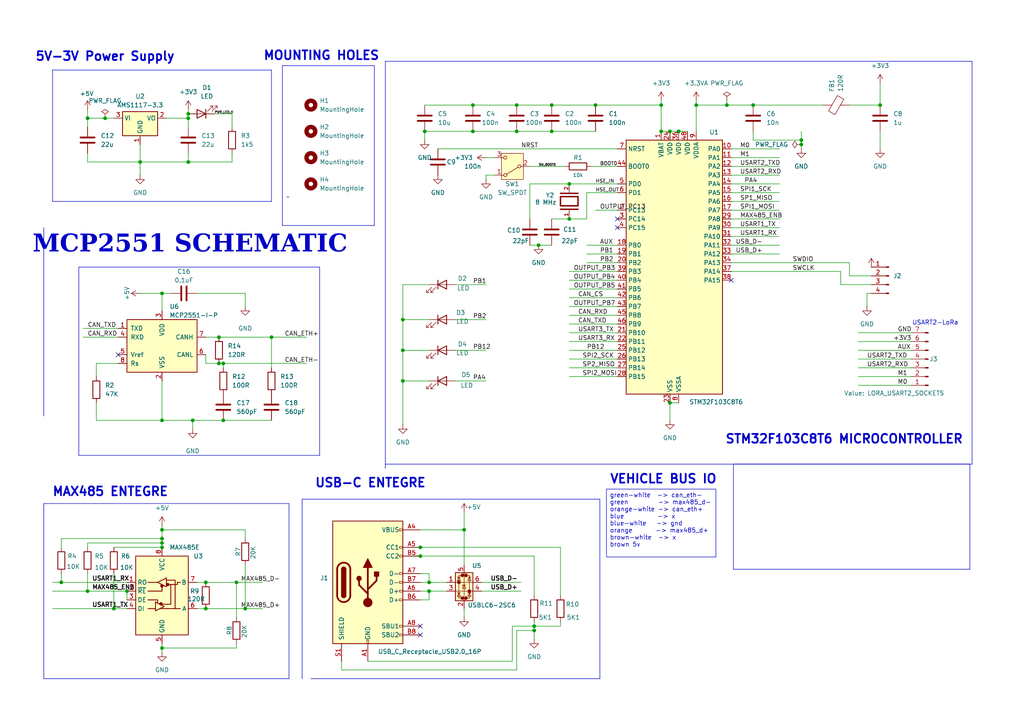
<source format=kicad_sch>
(kicad_sch (version 20231120) (generator "eeschema") (generator_version "8.0")
  (paper "A4")
  (title_block (title "First Schematic") (rev "03/20/2024") (company "TUFAN Electromobile"))
  (junction (at 59.69 168.91))
  (junction (at 55.88 121.92))
  (junction (at 116.84 101.6))
  (junction (at 46.99 187.96))
  (junction (at 165.1 63.5))
  (junction (at 232.41 40.64))
  (junction (at 46.99 153.67))
  (junction (at 123.19 38.1))
  (junction (at 116.84 92.71))
  (junction (at 64.77 121.92))
  (junction (at 201.93 30.48))
  (junction (at 149.86 30.48))
  (junction (at 71.12 176.53))
  (junction (at 17.78 168.91))
  (junction (at 121.92 158.75))
  (junction (at 59.69 176.53))
  (junction (at 25.4 34.29))
  (junction (at 358.14 30.48))
  (junction (at 218.44 30.48))
  (junction (at 154.94 182.88))
  (junction (at 196.85 38.1))
  (junction (at 30.48 34.29))
  (junction (at 46.99 157.48))
  (junction (at 54.61 34.29))
  (junction (at 116.84 110.49))
  (junction (at 232.41 41.91))
  (junction (at 121.92 161.29))
  (junction (at 63.5 97.79))
  (junction (at 46.99 85.09))
  (junction (at 172.72 30.48))
  (junction (at 402.59 46.99))
  (junction (at 64.77 105.41))
  (junction (at 36.83 171.45))
  (junction (at 54.61 33.02))
  (junction (at 124.46 171.45))
  (junction (at 54.61 46.99))
  (junction (at 255.27 30.48))
  (junction (at 25.4 171.45))
  (junction (at 149.86 38.1))
  (junction (at 33.02 176.53))
  (junction (at 165.1 53.34))
  (junction (at 78.74 97.79))
  (junction (at 134.62 153.67))
  (junction (at 160.02 38.1))
  (junction (at 194.31 38.1))
  (junction (at 137.16 30.48))
  (junction (at 40.64 46.99))
  (junction (at 46.99 156.21))
  (junction (at 402.59 13.97))
  (junction (at 402.59 30.48))
  (junction (at 46.99 121.92))
  (junction (at 124.46 168.91))
  (junction (at 46.99 158.75))
  (junction (at 402.59 66.04))
  (junction (at 194.31 116.84))
  (junction (at 160.02 30.48))
  (junction (at 191.77 30.48))
  (junction (at 154.94 181.61))
  (junction (at 68.58 168.91))
  (junction (at 156.21 71.12))
  (junction (at 191.77 38.1))
  (junction (at 210.82 30.48))
  (junction (at 63.5 105.41))
  (junction (at 137.16 38.1))
  (no_connect (at 336.55 30.48))
  (no_connect (at 336.55 22.86))
  (no_connect (at 337.82 49.53))
  (no_connect (at 121.92 184.15))
  (no_connect (at 337.82 57.15))
  (no_connect (at 212.09 81.28))
  (no_connect (at 34.29 102.87))
  (no_connect (at 121.92 181.61))
  (no_connect (at 434.34 41.91))
  (no_connect (at 434.34 34.29))
  (no_connect (at 179.07 66.04))
  (no_connect (at 179.07 63.5))
  (wire (pts (xy 255.27 38.1) (xy 255.27 43.18)))
  (polyline (pts (xy 108.585 19.05) (xy 108.585 65.405)))
  (wire (pts (xy 68.58 186.69) (xy 68.58 187.96)))
  (wire (pts (xy 212.09 63.5) (xy 226.06 63.5)))
  (wire (pts (xy 170.18 63.5) (xy 165.1 63.5)))
  (wire (pts (xy 165.1 106.68) (xy 179.07 106.68)))
  (polyline (pts (xy 78.74 58.42) (xy 15.24 58.42)))
  (wire (pts (xy 171.45 48.26) (xy 179.07 48.26)))
  (wire (pts (xy 123.19 38.1) (xy 123.19 40.64)))
  (polyline (pts (xy 281.94 134.62) (xy 281.94 17.78)))
  (polyline (pts (xy 281.94 17.78) (xy 111.76 17.78)))
  (wire (pts (xy 140.97 50.8) (xy 143.51 50.8)))
  (wire (pts (xy 46.99 156.21) (xy 46.99 157.48)))
  (wire (pts (xy 25.4 34.29) (xy 25.4 36.83)))
  (wire (pts (xy 116.84 101.6) (xy 124.46 101.6)))
  (wire (pts (xy 248.92 101.6) (xy 264.16 101.6)))
  (wire (pts (xy 356.87 30.48) (xy 358.14 30.48)))
  (wire (pts (xy 160.02 30.48) (xy 172.72 30.48)))
  (wire (pts (xy 132.08 92.71) (xy 140.97 92.71)))
  (wire (pts (xy 46.99 152.4) (xy 46.99 153.67)))
  (polyline (pts (xy 111.76 134.62) (xy 281.94 134.62)))
  (wire (pts (xy 194.31 38.1) (xy 196.85 38.1)))
  (wire (pts (xy 165.1 96.52) (xy 179.07 96.52)))
  (wire (pts (xy 212.09 71.12) (xy 226.06 71.12)))
  (wire (pts (xy 71.12 163.83) (xy 71.12 176.53)))
  (wire (pts (xy 194.31 116.84) (xy 196.85 116.84)))
  (wire (pts (xy 248.92 111.76) (xy 264.16 111.76)))
  (wire (pts (xy 78.74 97.79) (xy 88.9 97.79)))
  (wire (pts (xy 248.92 106.68) (xy 264.16 106.68)))
  (wire (pts (xy 132.08 110.49) (xy 140.97 110.49)))
  (wire (pts (xy 212.09 55.88) (xy 226.06 55.88)))
  (wire (pts (xy 140.97 45.72) (xy 143.51 45.72)))
  (wire (pts (xy 210.82 30.48) (xy 201.93 30.48)))
  (wire (pts (xy 248.92 99.06) (xy 264.16 99.06)))
  (polyline (pts (xy 274.32 128.27) (xy 275.59 128.27)))
  (polyline (pts (xy 83.82 196.85) (xy 12.7 196.85)))
  (wire (pts (xy 55.88 121.92) (xy 55.88 124.46)))
  (wire (pts (xy 30.48 34.29) (xy 25.4 34.29)))
  (wire (pts (xy 179.07 55.88) (xy 170.18 55.88)))
  (wire (pts (xy 378.46 46.99) (xy 402.59 46.99)))
  (wire (pts (xy 124.46 173.99) (xy 124.46 171.45)))
  (wire (pts (xy 165.1 109.22) (xy 179.07 109.22)))
  (polyline (pts (xy 212.725 134.62) (xy 281.305 134.62)))
  (wire (pts (xy 54.61 33.02) (xy 54.61 34.29)))
  (wire (pts (xy 27.94 121.92) (xy 46.99 121.92)))
  (wire (pts (xy 67.31 33.02) (xy 67.31 36.83)))
  (wire (pts (xy 232.41 38.1) (xy 232.41 40.64)))
  (polyline (pts (xy 173.99 144.78) (xy 87.63 144.78)))
  (wire (pts (xy 99.06 194.31) (xy 149.86 194.31)))
  (wire (pts (xy 153.67 71.12) (xy 156.21 71.12)))
  (wire (pts (xy 191.77 30.48) (xy 191.77 38.1)))
  (wire (pts (xy 160.02 63.5) (xy 165.1 63.5)))
  (wire (pts (xy 149.86 38.1) (xy 160.02 38.1)))
  (polyline (pts (xy 81.915 19.05) (xy 82.55 19.05)))
  (wire (pts (xy 17.78 156.21) (xy 17.78 158.75)))
  (wire (pts (xy 248.92 104.14) (xy 264.16 104.14)))
  (wire (pts (xy 68.58 168.91) (xy 68.58 179.07)))
  (wire (pts (xy 170.18 76.2) (xy 179.07 76.2)))
  (wire (pts (xy 59.69 105.41) (xy 59.69 102.87)))
  (wire (pts (xy 40.64 85.09) (xy 46.99 85.09)))
  (wire (pts (xy 358.14 22.86) (xy 367.03 22.86)))
  (polyline (pts (xy 92.71 132.08) (xy 92.71 77.47)))
  (wire (pts (xy 46.99 186.69) (xy 46.99 187.96)))
  (wire (pts (xy 165.1 53.34) (xy 153.67 53.34)))
  (wire (pts (xy 46.99 85.09) (xy 49.53 85.09)))
  (wire (pts (xy 124.46 168.91) (xy 129.54 168.91)))
  (wire (pts (xy 54.61 31.75) (xy 54.61 33.02)))
  (wire (pts (xy 132.08 82.55) (xy 140.97 82.55)))
  (wire (pts (xy 139.7 168.91) (xy 151.13 168.91)))
  (wire (pts (xy 48.26 34.29) (xy 54.61 34.29)))
  (wire (pts (xy 15.24 168.91) (xy 17.78 168.91)))
  (wire (pts (xy 218.44 30.48) (xy 238.76 30.48)))
  (wire (pts (xy 124.46 166.37) (xy 124.46 168.91)))
  (wire (pts (xy 402.59 13.97) (xy 407.67 13.97)))
  (wire (pts (xy 153.67 48.26) (xy 163.83 48.26)))
  (wire (pts (xy 359.41 57.15) (xy 368.3 57.15)))
  (wire (pts (xy 119.38 158.75) (xy 121.92 158.75)))
  (wire (pts (xy 191.77 29.21) (xy 191.77 30.48)))
  (wire (pts (xy 64.77 105.41) (xy 64.77 106.68)))
  (wire (pts (xy 148.59 181.61) (xy 154.94 181.61)))
  (wire (pts (xy 62.23 33.02) (xy 67.31 33.02)))
  (wire (pts (xy 59.69 176.53) (xy 71.12 176.53)))
  (polyline (pts (xy 12.7 146.05) (xy 15.24 146.05)))
  (wire (pts (xy 139.7 171.45) (xy 151.13 171.45)))
  (wire (pts (xy 149.86 182.88) (xy 154.94 182.88)))
  (wire (pts (xy 334.01 53.34) (xy 334.01 54.61)))
  (wire (pts (xy 165.1 86.36) (xy 179.07 86.36)))
  (wire (pts (xy 78.74 97.79) (xy 78.74 106.68)))
  (wire (pts (xy 121.92 153.67) (xy 134.62 153.67)))
  (wire (pts (xy 427.99 39.37) (xy 434.34 39.37)))
  (wire (pts (xy 212.09 53.34) (xy 226.06 53.34)))
  (wire (pts (xy 54.61 34.29) (xy 54.61 36.83)))
  (wire (pts (xy 15.24 176.53) (xy 33.02 176.53)))
  (wire (pts (xy 40.64 46.99) (xy 40.64 50.8)))
  (wire (pts (xy 134.62 148.59) (xy 134.62 153.67)))
  (polyline (pts (xy 22.86 132.08) (xy 92.71 132.08)))
  (polyline (pts (xy 15.24 20.32) (xy 15.24 58.42)))
  (wire (pts (xy 378.46 66.04) (xy 402.59 66.04)))
  (wire (pts (xy 210.82 29.21) (xy 210.82 30.48)))
  (wire (pts (xy 99.06 191.77) (xy 99.06 194.31)))
  (wire (pts (xy 332.74 26.67) (xy 332.74 27.94)))
  (wire (pts (xy 170.18 73.66) (xy 179.07 73.66)))
  (wire (pts (xy 154.94 180.34) (xy 154.94 181.61)))
  (wire (pts (xy 172.72 30.48) (xy 191.77 30.48)))
  (wire (pts (xy 71.12 85.09) (xy 57.15 85.09)))
  (wire (pts (xy 116.84 101.6) (xy 116.84 110.49)))
  (wire (pts (xy 212.09 73.66) (xy 226.06 73.66)))
  (wire (pts (xy 59.69 105.41) (xy 63.5 105.41)))
  (wire (pts (xy 196.85 38.1) (xy 199.39 38.1)))
  (wire (pts (xy 212.09 78.74) (xy 243.84 78.74)))
  (wire (pts (xy 358.14 30.48) (xy 367.03 30.48)))
  (wire (pts (xy 232.41 40.64) (xy 232.41 41.91)))
  (wire (pts (xy 64.77 105.41) (xy 88.9 105.41)))
  (wire (pts (xy 243.84 82.55) (xy 252.73 82.55)))
  (polyline (pts (xy 12.7 66.04) (xy 12.7 69.85)))
  (wire (pts (xy 212.09 58.42) (xy 226.06 58.42)))
  (wire (pts (xy 57.15 176.53) (xy 59.69 176.53)))
  (wire (pts (xy 402.59 30.48) (xy 407.67 30.48)))
  (wire (pts (xy 160.02 38.1) (xy 172.72 38.1)))
  (wire (pts (xy 212.09 43.18) (xy 226.06 43.18)))
  (wire (pts (xy 165.1 53.34) (xy 179.07 53.34)))
  (wire (pts (xy 252.73 85.09) (xy 251.46 85.09)))
  (wire (pts (xy 246.38 30.48) (xy 255.27 30.48)))
  (wire (pts (xy 191.77 38.1) (xy 194.31 38.1)))
  (wire (pts (xy 15.24 171.45) (xy 25.4 171.45)))
  (wire (pts (xy 116.84 92.71) (xy 116.84 101.6)))
  (wire (pts (xy 54.61 44.45) (xy 54.61 46.99)))
  (wire (pts (xy 201.93 30.48) (xy 201.93 38.1)))
  (wire (pts (xy 415.29 13.97) (xy 421.64 13.97)))
  (wire (pts (xy 378.46 13.97) (xy 402.59 13.97)))
  (wire (pts (xy 149.86 194.31) (xy 149.86 182.88)))
  (wire (pts (xy 71.12 88.9) (xy 71.12 85.09)))
  (wire (pts (xy 246.38 76.2) (xy 246.38 80.01)))
  (wire (pts (xy 243.84 78.74) (xy 243.84 82.55)))
  (wire (pts (xy 170.18 71.12) (xy 179.07 71.12)))
  (wire (pts (xy 218.44 30.48) (xy 210.82 30.48)))
  (polyline (pts (xy 111.76 17.78) (xy 111.76 135.89)))
  (wire (pts (xy 121.92 166.37) (xy 124.46 166.37)))
  (wire (pts (xy 46.99 121.92) (xy 55.88 121.92)))
  (wire (pts (xy 165.1 83.82) (xy 179.07 83.82)))
  (wire (pts (xy 116.84 82.55) (xy 124.46 82.55)))
  (wire (pts (xy 255.27 24.13) (xy 255.27 30.48)))
  (wire (pts (xy 137.16 38.1) (xy 149.86 38.1)))
  (wire (pts (xy 63.5 97.79) (xy 78.74 97.79)))
  (wire (pts (xy 165.1 93.98) (xy 179.07 93.98)))
  (wire (pts (xy 154.94 161.29) (xy 154.94 172.72)))
  (wire (pts (xy 121.92 171.45) (xy 124.46 171.45)))
  (wire (pts (xy 25.4 166.37) (xy 25.4 171.45)))
  (polyline (pts (xy 12.7 196.85) (xy 12.7 146.05)))
  (polyline (pts (xy 22.86 77.47) (xy 22.86 132.08)))
  (wire (pts (xy 427.99 36.83) (xy 434.34 36.83)))
  (wire (pts (xy 232.41 41.91) (xy 232.41 43.18)))
  (wire (pts (xy 46.99 153.67) (xy 71.12 153.67)))
  (wire (pts (xy 116.84 110.49) (xy 124.46 110.49)))
  (wire (pts (xy 33.02 158.75) (xy 46.99 158.75)))
  (wire (pts (xy 106.68 191.77) (xy 148.59 191.77)))
  (polyline (pts (xy 83.185 57.15) (xy 83.82 57.15)))
  (wire (pts (xy 68.58 187.96) (xy 46.99 187.96)))
  (wire (pts (xy 212.09 60.96) (xy 226.06 60.96)))
  (wire (pts (xy 25.4 157.48) (xy 46.99 157.48)))
  (wire (pts (xy 134.62 153.67) (xy 134.62 163.83)))
  (wire (pts (xy 121.92 158.75) (xy 162.56 158.75)))
  (wire (pts (xy 165.1 88.9) (xy 179.07 88.9)))
  (wire (pts (xy 17.78 156.21) (xy 46.99 156.21)))
  (wire (pts (xy 165.1 81.28) (xy 179.07 81.28)))
  (wire (pts (xy 40.64 41.91) (xy 40.64 46.99)))
  (wire (pts (xy 248.92 96.52) (xy 264.16 96.52)))
  (wire (pts (xy 59.69 168.91) (xy 68.58 168.91)))
  (wire (pts (xy 336.55 26.67) (xy 332.74 26.67)))
  (wire (pts (xy 137.16 30.48) (xy 149.86 30.48)))
  (polyline (pts (xy 12.7 69.85) (xy 12.7 120.65)))
  (wire (pts (xy 165.1 99.06) (xy 179.07 99.06)))
  (wire (pts (xy 415.29 46.99) (xy 421.64 46.99)))
  (wire (pts (xy 64.77 121.92) (xy 78.74 121.92)))
  (polyline (pts (xy 82.55 19.05) (xy 108.585 19.05)))
  (wire (pts (xy 427.99 29.21) (xy 434.34 29.21)))
  (wire (pts (xy 337.82 53.34) (xy 334.01 53.34)))
  (wire (pts (xy 55.88 121.92) (xy 64.77 121.92)))
  (wire (pts (xy 25.4 31.75) (xy 25.4 34.29)))
  (wire (pts (xy 25.4 171.45) (xy 36.83 171.45)))
  (wire (pts (xy 63.5 105.41) (xy 64.77 105.41)))
  (polyline (pts (xy 212.725 165.1) (xy 212.725 134.62)))
  (wire (pts (xy 148.59 191.77) (xy 148.59 181.61)))
  (polyline (pts (xy 281.305 165.1) (xy 212.725 165.1)))
  (wire (pts (xy 27.94 105.41) (xy 27.94 109.22)))
  (wire (pts (xy 134.62 176.53) (xy 134.62 179.07)))
  (wire (pts (xy 46.99 110.49) (xy 46.99 121.92)))
  (wire (pts (xy 212.09 66.04) (xy 226.06 66.04)))
  (wire (pts (xy 165.1 91.44) (xy 179.07 91.44)))
  (wire (pts (xy 154.94 181.61) (xy 162.56 181.61)))
  (wire (pts (xy 162.56 180.34) (xy 162.56 181.61)))
  (wire (pts (xy 25.4 46.99) (xy 25.4 44.45)))
  (wire (pts (xy 132.08 101.6) (xy 140.97 101.6)))
  (wire (pts (xy 119.38 161.29) (xy 121.92 161.29)))
  (wire (pts (xy 154.94 181.61) (xy 154.94 182.88)))
  (wire (pts (xy 27.94 116.84) (xy 27.94 121.92)))
  (wire (pts (xy 402.59 46.99) (xy 407.67 46.99)))
  (wire (pts (xy 402.59 66.04) (xy 407.67 66.04)))
  (polyline (pts (xy 108.585 65.405) (xy 81.915 65.405)))
  (wire (pts (xy 154.94 182.88) (xy 154.94 185.42)))
  (wire (pts (xy 162.56 158.75) (xy 162.56 172.72)))
  (wire (pts (xy 427.99 31.75) (xy 434.34 31.75)))
  (wire (pts (xy 40.64 46.99) (xy 54.61 46.99)))
  (wire (pts (xy 218.44 40.64) (xy 232.41 40.64)))
  (wire (pts (xy 218.44 38.1) (xy 218.44 40.64)))
  (wire (pts (xy 378.46 30.48) (xy 402.59 30.48)))
  (wire (pts (xy 36.83 171.45) (xy 36.83 173.99)))
  (wire (pts (xy 25.4 46.99) (xy 40.64 46.99)))
  (polyline (pts (xy 173.99 196.85) (xy 173.99 144.78)))
  (wire (pts (xy 124.46 171.45) (xy 129.54 171.45)))
  (polyline (pts (xy 90.17 196.85) (xy 173.99 196.85)))
  (wire (pts (xy 121.92 161.29) (xy 154.94 161.29)))
  (wire (pts (xy 116.84 82.55) (xy 116.84 92.71)))
  (wire (pts (xy 212.09 50.8) (xy 226.06 50.8)))
  (wire (pts (xy 165.1 78.74) (xy 179.07 78.74)))
  (wire (pts (xy 17.78 168.91) (xy 36.83 168.91)))
  (wire (pts (xy 46.99 187.96) (xy 46.99 189.23)))
  (wire (pts (xy 248.92 109.22) (xy 264.16 109.22)))
  (wire (pts (xy 172.72 60.96) (xy 179.07 60.96)))
  (polyline (pts (xy 83.82 146.05) (xy 83.82 196.85)))
  (wire (pts (xy 24.13 95.25) (xy 34.29 95.25)))
  (wire (pts (xy 165.1 104.14) (xy 179.07 104.14)))
  (wire (pts (xy 46.99 90.17) (xy 46.99 85.09)))
  (wire (pts (xy 121.92 173.99) (xy 124.46 173.99)))
  (polyline (pts (xy 15.24 146.05) (xy 83.82 146.05)))
  (wire (pts (xy 127 43.18) (xy 179.07 43.18)))
  (wire (pts (xy 212.09 45.72) (xy 226.06 45.72)))
  (wire (pts (xy 165.1 101.6) (xy 179.07 101.6)))
  (wire (pts (xy 123.19 38.1) (xy 137.16 38.1)))
  (wire (pts (xy 71.12 176.53) (xy 76.2 176.53)))
  (wire (pts (xy 201.93 29.21) (xy 201.93 30.48)))
  (wire (pts (xy 17.78 166.37) (xy 17.78 168.91)))
  (wire (pts (xy 123.19 30.48) (xy 137.16 30.48)))
  (wire (pts (xy 46.99 157.48) (xy 46.99 158.75)))
  (wire (pts (xy 140.97 52.07) (xy 140.97 50.8)))
  (wire (pts (xy 33.02 166.37) (xy 33.02 176.53)))
  (wire (pts (xy 59.69 97.79) (xy 63.5 97.79)))
  (wire (pts (xy 67.31 44.45) (xy 67.31 46.99)))
  (wire (pts (xy 46.99 153.67) (xy 46.99 156.21)))
  (wire (pts (xy 68.58 168.91) (xy 76.2 168.91)))
  (wire (pts (xy 212.09 76.2) (xy 246.38 76.2)))
  (polyline (pts (xy 81.915 65.405) (xy 81.915 19.05)))
  (wire (pts (xy 359.41 49.53) (xy 368.3 49.53)))
  (wire (pts (xy 251.46 85.09) (xy 251.46 88.9)))
  (wire (pts (xy 246.38 80.01) (xy 252.73 80.01)))
  (wire (pts (xy 57.15 168.91) (xy 59.69 168.91)))
  (wire (pts (xy 153.67 53.34) (xy 153.67 63.5)))
  (wire (pts (xy 25.4 158.75) (xy 25.4 157.48)))
  (wire (pts (xy 36.83 176.53) (xy 33.02 176.53)))
  (wire (pts (xy 54.61 46.99) (xy 67.31 46.99)))
  (wire (pts (xy 415.29 30.48) (xy 421.64 30.48)))
  (wire (pts (xy 212.09 48.26) (xy 226.06 48.26)))
  (polyline (pts (xy 78.74 20.32) (xy 78.74 58.42)))
  (wire (pts (xy 427.99 26.67) (xy 434.34 26.67)))
  (polyline (pts (xy 92.71 77.47) (xy 22.86 77.47)))
  (wire (pts (xy 33.02 34.29) (xy 30.48 34.29)))
  (wire (pts (xy 170.18 55.88) (xy 170.18 63.5)))
  (wire (pts (xy 156.21 71.12) (xy 160.02 71.12)))
  (wire (pts (xy 121.92 168.91) (xy 124.46 168.91)))
  (wire (pts (xy 116.84 110.49) (xy 116.84 123.19)))
  (polyline (pts (xy 87.63 180.34) (xy 87.63 196.85)))
  (polyline (pts (xy 15.24 20.32) (xy 78.74 20.32)))
  (wire (pts (xy 149.86 30.48) (xy 160.02 30.48)))
  (polyline (pts (xy 87.63 144.78) (xy 87.63 180.34)))
  (wire (pts (xy 24.13 97.79) (xy 34.29 97.79)))
  (wire (pts (xy 27.94 105.41) (xy 34.29 105.41)))
  (wire (pts (xy 415.29 66.04) (xy 421.64 66.04)))
  (wire (pts (xy 194.31 116.84) (xy 194.31 121.92)))
  (wire (pts (xy 212.09 68.58) (xy 226.06 68.58)))
  (wire (pts (xy 116.84 92.71) (xy 124.46 92.71)))
  (polyline (pts (xy 281.305 134.62) (xy 281.305 165.1)))
  (wire (pts (xy 71.12 153.67) (xy 71.12 156.21)))
  (wire (pts (xy 427.99 44.45) (xy 434.34 44.45)))
  (text_box "green-white  -> can_eth-\ngreen         -> max485_d-\norange-white -> can_eth+\nblue 	    -> x\nblue-white   -> gnd\norange       -> max485_d+\nbrown-white  -> x\nbrown 5v\n" (at 175.895 141.859 0) (size 31.75 19.685) (effects (font (size 1.27 1.27)) (justify left top)))
  (text_box "Header boyutları\n12 v yi nası alacam\ntype c niye var\nmax 485 e giriş çıkış nası olacak\nIntroduction to USB hardware and PCB guidlines' da USB_DP 1.5K resistor must be addded \n\n" (at 38.1 217.17 0) (size 34.29 19.685) (effects (font (size 1.27 1.27)) (justify left top)))
  (text "5V-3V Power Supply" (at 30.48 16.51 0) (effects (font (size 2.54 2.54) (thickness 0.508) (bold yes))))
  (text "USB-C ENTEGRE\n" (at 107.442 140.208 0) (effects (font (size 2.54 2.54) (thickness 0.508) (bold yes))))
  (text "VEHICLE BUS IO" (at 192.405 139.065 0) (effects (font (size 2.54 2.54) (thickness 0.508) (bold yes))))
  (text "STM32F103C8T6 BASE SCHEMATIC\n" (at 65.024 -7.366 0) (effects (font (size 5.08 5.08) (thickness 1.016) (bold yes))))
  (text "MOUNTING HOLES" (at 93.218 16.256 0) (effects (font (size 2.54 2.54) (thickness 0.508) (bold yes))))
  (text "MAX485 ENTEGRE\n" (at 32.004 142.748 0) (effects (font (size 2.54 2.54) (bold yes))))
  (text "STM32F103C8T6 MICROCONTROLLER\n\n" (at 244.856 129.54 0) (effects (font (size 2.54 2.54) (thickness 0.508) (bold yes))))
  (text "USART2-LoRa\n" (at 271.272 93.726 0) (effects (font (size 1.27 1.27))))
  (text "MCP2551 SCHEMATIC\n" (at 55.118 72.39 0) (effects (font (size 5.08 5.08) (thickness 1.016) (bold yes))))
  (label "+3V3" (at 259.08 99.06 0))
  (label "SW_BOOT0" (at 156.21 48.26 0) (effects (font (size 0.635 0.635))))
  (label "MAX485_D-" (at 69.85 168.91 0))
  (label "CAN_ETH+" (at 384.81 46.99 0))
  (label "USART1_TX" (at 26.67 176.53 0) (effects (font (bold yes))))
  (label "PWR_LED_K" (at 62.23 33.02 0) (effects (font (size 0.635 0.635))))
  (label "+5V" (at 427.99 44.45 0))
  (label "OUTPUT_PB3" (at 166.37 78.74 0))
  (label "CAN_TXD" (at 25.4 95.25 0))
  (label "MAX485_ENB" (at 26.67 171.45 0) (effects (font (bold yes))))
  (label "CAN_ETH-" (at 384.81 13.97 0))
  (label "SPI1_SCK" (at 214.63 55.88 0))
  (label "USB_D-" (at 213.36 71.12 0))
  (label "PB1" (at 137.16 82.55 0))
  (label "USART3_TX" (at 167.64 96.52 0))
  (label "MAX485_D-" (at 360.68 49.53 0))
  (label "AUX" (at 260.35 101.6 0))
  (label "PB12" (at 137.16 101.6 0))
  (label "ETH6" (at 416.56 66.04 0))
  (label "SPI1_MOSI" (at 214.63 60.96 0))
  (label "CAN_RXD" (at 25.4 97.79 0))
  (label "USART1_TX" (at 214.63 66.04 0))
  (label "M0" (at 260.35 111.76 0))
  (label "OUTPUT_PB5" (at 166.37 83.82 0))
  (label "USART2_TXD" (at 214.63 48.26 0))
  (label "CAN_TXD" (at 167.64 93.98 0))
  (label "SP1_MISO" (at 214.63 58.42 0))
  (label "PB2" (at 137.16 92.71 0))
  (label "USB_D-" (at 142.24 168.91 0) (effects (font (bold yes))))
  (label "USB_D+" (at 142.24 171.45 0) (effects (font (bold yes))))
  (label "USART3_RX" (at 167.64 99.06 0))
  (label "CAN_RXD" (at 167.64 91.44 0))
  (label "ETH2" (at 429.26 29.21 0))
  (label "OUTPUT_PB7" (at 166.37 88.9 0))
  (label "ETH1" (at 416.56 13.97 0))
  (label "ETH3" (at 429.26 31.75 0))
  (label "OUTPUT_PC13" (at 173.99 60.96 0))
  (label "GND" (at 260.35 96.52 0))
  (label "ETH6" (at 429.26 39.37 0))
  (label "SPI2_MOSI" (at 168.91 109.22 0))
  (label "MAX485_D+" (at 69.85 176.53 0))
  (label "M0" (at 214.63 43.18 0))
  (label "USB_D+" (at 213.36 73.66 0))
  (label "ETH1" (at 429.26 26.67 0))
  (label "ETH2" (at 416.56 30.48 0))
  (label "USART1_RX" (at 26.67 168.91 0) (effects (font (bold yes))))
  (label "CAN_ETH-" (at 358.14 30.48 0))
  (label "M1" (at 214.63 45.72 0))
  (label "PB1" (at 173.99 73.66 0))
  (label "BOOT0" (at 173.99 48.26 0) (effects (font (size 1.016 1.016))))
  (label "USART1_RX" (at 214.63 68.58 0))
  (label "ETH3" (at 416.56 46.99 0))
  (label "PA4" (at 137.16 110.49 0))
  (label "PA4" (at 215.9 53.34 0))
  (label "MAX485_D+" (at 361.95 57.15 0))
  (label "USART2_TXD" (at 251.46 104.14 0))
  (label "MAX485_ENB" (at 214.63 63.5 0))
  (label "M1" (at 260.35 109.22 0))
  (label "CAN_ETH-" (at 82.55 105.41 0))
  (label "HSE_IN" (at 172.72 53.34 0) (effects (font (size 1.016 1.016))))
  (label "USART2_RXD" (at 251.46 106.68 0))
  (label "NRST" (at 151.13 43.18 0))
  (label "CAN_CS" (at 167.64 86.36 0))
  (label "SWCLK" (at 229.87 78.74 0))
  (label "CAN_ETH+" (at 358.14 22.86 0))
  (label "PB2" (at 173.99 76.2 0))
  (label "SPI2_SCK" (at 168.91 104.14 0))
  (label "USART2_RXD" (at 214.63 50.8 0))
  (label "AUX" (at 173.99 71.12 0))
  (label "SWDIO" (at 229.87 76.2 0))
  (label "MAX485_D-" (at 383.54 30.48 0))
  (label "SP2_MISO" (at 168.91 106.68 0))
  (label "MAX485_D+" (at 383.54 66.04 0))
  (label "OUTPUT_PB4" (at 166.37 81.28 0))
  (label "PB12" (at 170.18 101.6 0))
  (label "GND" (at 429.26 36.83 0))
  (label "HSE_OUT" (at 172.72 55.88 0) (effects (font (size 1.016 1.016))))
  (label "CAN_ETH+" (at 82.55 97.79 0))
  (symbol (lib_id "power:GND") (at 402.59 21.59 0) (unit 1)
    (property "Reference" "#PWR028" (effects (hide yes)))
    (property "Value" "GND" (at 402.844 25.654 0))
    (property "Description" "Power symbol creates a global label with name \"GND\" , ground" (effects (hide yes)))
  )
  (symbol (lib_id "Mechanical:MountingHole") (at 90.17 30.48 0) (unit 1) (exclude_from_sim yes) (in_bom no)
    (property "Reference" "H1" (at 92.71 29.2099 0) (effects (justify left)))
    (property "Value" "MountingHole" (at 92.71 31.7499 0) (effects (justify left)))
    (property "Footprint" "MountingHole:MountingHole_2.1mm" (effects (hide yes)))
    (property "Description" "Mounting Hole without connection" (effects (hide yes)))
  )
  (symbol (lib_id "Mechanical:MountingHole") (at 90.17 53.34 0) (unit 1) (exclude_from_sim yes) (in_bom no)
    (property "Reference" "H4" (at 92.71 52.0699 0) (effects (justify left)))
    (property "Value" "MountingHole" (at 92.71 54.6099 0) (effects (justify left)))
    (property "Footprint" "MountingHole:MountingHole_2.1mm" (effects (hide yes)))
    (property "Description" "Mounting Hole without connection" (effects (hide yes)))
  )
  (symbol (lib_id "Device:C") (at 64.77 118.11 0) (unit 1)
    (property "Reference" "C17" (at 68.58 116.8399 0) (effects (justify left)))
    (property "Value" "560pF" (at 68.58 119.3799 0) (effects (justify left)))
    (property "Footprint" "Capacitor_SMD:C_1206_3216Metric" (effects (hide yes)))
    (property "Description" "Unpolarized capacitor" (effects (hide yes)))
  )
  (symbol (lib_id "Connector:Conn_01x04_Pin") (at 257.81 80.01 0) (mirror y) (unit 1)
    (property "Reference" "J2" (at 259.08 80.0099 0) (effects (justify right)))
    (property "Value" "Conn_01x04_Pin" (effects (hide yes)))
    (property "Footprint" "Connector_PinHeader_2.54mm:PinHeader_1x04_P2.54mm_Vertical" (effects (hide yes)))
    (property "Description" "Generic connector, single row, 01x04, script generated" (effects (hide yes)))
  )
  (symbol (lib_id "power:GND") (at 232.41 43.18 0) (unit 1)
    (property "Reference" "#PWR05" (effects (hide yes)))
    (property "Value" "GND" (at 232.41 48.26 0))
    (property "Description" "Power symbol creates a global label with name \"GND\" , ground" (effects (hide yes)))
  )
  (symbol (lib_id "Device:LED") (at 58.42 33.02 180) (unit 1)
    (property "Reference" "D1" (at 60.0075 25.4 0))
    (property "Value" "LED" (at 60.0075 27.94 0))
    (property "Footprint" "LED_SMD:LED_1206_3216Metric" (effects (hide yes)))
    (property "Description" "Light emitting diode" (effects (hide yes)))
  )
  (symbol (lib_id "Device:C") (at 25.4 40.64 0) (unit 1)
    (property "Reference" "C12" (at 29.21 39.3699 0) (effects (justify left)))
    (property "Value" "22u" (at 29.21 41.9099 0) (effects (justify left)))
    (property "Footprint" "Capacitor_SMD:C_1206_3216Metric" (effects (hide yes)))
    (property "Description" "Unpolarized capacitor" (effects (hide yes)))
  )
  (symbol (lib_id "power:GND") (at 156.21 71.12 0) (unit 1)
    (property "Reference" "#PWR011" (effects (hide yes)))
    (property "Value" "GND" (at 156.21 76.2 0))
    (property "Description" "Power symbol creates a global label with name \"GND\" , ground" (effects (hide yes)))
  )
  (symbol (lib_id "Device:R") (at 67.31 40.64 0) (unit 1)
    (property "Reference" "R3" (at 69.85 39.3699 0) (effects (justify left)))
    (property "Value" "1k5" (at 69.85 41.9099 0) (effects (justify left)))
    (property "Footprint" "Resistor_SMD:R_1206_3216Metric" (effects (hide yes)))
    (property "Description" "Resistor" (effects (hide yes)))
  )
  (symbol (lib_id "Switch:SW_SPDT") (at 148.59 48.26 180) (unit 1)
    (property "Reference" "SW1" (at 148.59 53.34 0))
    (property "Value" "SW_SPDT" (at 148.59 55.88 0))
    (property "Footprint" "Button_Switch_THT:SW_CK_JS202011CQN_DPDT_Straight" (effects (hide yes)))
    (property "Description" "Switch, single pole double throw" (effects (hide yes)))
  )
  (symbol (lib_id "power:GND") (at 402.59 38.1 0) (unit 1)
    (property "Reference" "#PWR029" (effects (hide yes)))
    (property "Value" "GND" (at 402.844 42.164 0))
    (property "Description" "Power symbol creates a global label with name \"GND\" , ground" (effects (hide yes)))
  )
  (symbol (lib_id "New_Library:ESDS302DBVR") (at 355.6 57.15 0) (unit 1)
    (property "Reference" "U9" (at 348.615 41.91 0))
    (property "Value" "ESDS302DBVR" (at 348.615 44.45 0))
    (property "Footprint" "Library:ESDS302" (effects (hide yes)))
    (property "MF" "Texas Instruments" (effects (hide yes)))
    (property "Description_1" "\nQuad 2.3-pF, 3.6-V, ±30-kV ESD protection diode with 12-A 8/20-uS surge rating for USB and Ethernet\n" (effects (hide yes)))
    (property "Package" "SOT-23-5 Texas Instruments" (effects (hide yes)))
    (property "Price" "None" (effects (hide yes)))
    (property "SnapEDA_Link" "https://www.snapeda.com/parts/ESDS304DBVR/Texas+Instruments/view-part/?ref=snap" (effects (hide yes)))
    (property "MP" "ESDS304DBVR" (effects (hide yes)))
    (property "Purchase-URL" "https://www.snapeda.com/api/url_track_click_mouser/?unipart_id=3215782&manufacturer=Texas Instruments&part_name=ESDS304DBVR&search_term=esds304" (effects (hide yes)))
    (property "Availability" "In Stock" (effects (hide yes)))
    (property "Check_prices" "https://www.snapeda.com/parts/ESDS304DBVR/Texas+Instruments/view-part/?ref=eda" (effects (hide yes)))
  )
  (symbol (lib_id "Device:R") (at 68.58 182.88 0) (mirror y) (unit 1)
    (property "Reference" "R8" (at 66.548 182.88 90))
    (property "Value" "20K" (at 70.866 183.134 90))
    (property "Footprint" "Resistor_SMD:R_1206_3216Metric" (effects (hide yes)))
    (property "Description" "Resistor" (effects (hide yes)))
  )
  (symbol (lib_id "Device:R") (at 411.48 13.97 270) (unit 1)
    (property "Reference" "R15" (at 411.988 17.018 90))
    (property "Value" "120R" (at 411.48 11.43 90))
    (property "Footprint" "Capacitor_SMD:C_1206_3216Metric" (effects (hide yes)))
    (property "Description" "Resistor" (effects (hide yes)))
  )
  (symbol (lib_id "Device:C") (at 54.61 40.64 0) (unit 1)
    (property "Reference" "C13" (at 58.42 39.3699 0) (effects (justify left)))
    (property "Value" "22u" (at 58.42 41.9099 0) (effects (justify left)))
    (property "Footprint" "Capacitor_SMD:C_1206_3216Metric" (effects (hide yes)))
    (property "Description" "Unpolarized capacitor" (effects (hide yes)))
  )
  (symbol (lib_id "power:GND") (at 134.62 179.07 0) (unit 1)
    (property "Reference" "#PWR013" (effects (hide yes)))
    (property "Value" "GND" (at 134.62 184.15 0))
    (property "Description" "Power symbol creates a global label with name \"GND\" , ground" (effects (hide yes)))
  )
  (symbol (lib_id "Device:R") (at 63.5 101.6 0) (unit 1)
    (property "Reference" "R14" (at 66.04 100.3299 0) (effects (justify left)))
    (property "Value" "120R" (at 66.04 102.8699 0) (effects (justify left)))
    (property "Footprint" "Resistor_SMD:R_1206_3216Metric" (effects (hide yes)))
    (property "Description" "Resistor" (effects (hide yes)))
  )
  (symbol (lib_id "power:GND") (at 402.59 73.66 0) (unit 1)
    (property "Reference" "#PWR031" (effects (hide yes)))
    (property "Value" "GND" (at 402.844 77.724 0))
    (property "Description" "Power symbol creates a global label with name \"GND\" , ground" (effects (hide yes)))
  )
  (symbol (lib_id "Device:R") (at 411.48 30.48 270) (unit 1)
    (property "Reference" "R16" (at 411.988 33.528 90))
    (property "Value" "120R" (at 411.48 28.194 90))
    (property "Footprint" "Capacitor_SMD:C_1206_3216Metric" (effects (hide yes)))
    (property "Description" "Resistor" (effects (hide yes)))
  )
  (symbol (lib_id "Mechanical:MountingHole") (at 90.17 45.72 0) (unit 1) (exclude_from_sim yes) (in_bom no)
    (property "Reference" "H3" (at 92.71 44.4499 0) (effects (justify left)))
    (property "Value" "MountingHole" (at 92.71 46.9899 0) (effects (justify left)))
    (property "Footprint" "MountingHole:MountingHole_2.1mm" (effects (hide yes)))
    (property "Description" "Mounting Hole without connection" (effects (hide yes)))
  )
  (symbol (lib_id "power:GND") (at 116.84 123.19 0) (unit 1)
    (property "Reference" "#PWR023" (effects (hide yes)))
    (property "Value" "GND" (at 116.84 128.27 0))
    (property "Description" "Power symbol creates a global label with name \"GND\" , ground" (effects (hide yes)))
  )
  (symbol (lib_id "Connector:USB_C_Receptacle_USB2.0_16P") (at 106.68 168.91 0) (unit 1)
    (property "Reference" "J1" (at 95.25 167.6399 0) (effects (justify right)))
    (property "Value" "USB_C_Receptacle_USB2.0_16P" (at 139.7 188.976 0) (effects (justify right)))
    (property "Footprint" "Library:USB-C" (effects (hide yes)))
    (property "Datasheet" "https://www.usb.org/sites/default/files/documents/usb_type-c.zip" (effects (hide yes)))
    (property "Description" "USB 2.0-only 16P Type-C Receptacle connector" (effects (hide yes)))
  )
  (symbol (lib_id "Device:R") (at 33.02 162.56 0) (unit 1)
    (property "Reference" "R6" (at 35.052 161.29 0) (effects (justify left)))
    (property "Value" "10K" (at 34.798 164.592 0) (effects (justify left)))
    (property "Footprint" "Resistor_SMD:R_1206_3216Metric" (effects (hide yes)))
    (property "Description" "Resistor" (effects (hide yes)))
  )
  (symbol (lib_id "Device:C") (at 149.86 34.29 0) (unit 1)
    (property "Reference" "C3" (at 153.67 33.0199 0) (effects (justify left)))
    (property "Value" "100n" (at 152.4 35.5599 0) (effects (justify left)))
    (property "Footprint" "Capacitor_SMD:C_1206_3216Metric" (effects (hide yes)))
    (property "Description" "Unpolarized capacitor" (effects (hide yes)))
  )
  (symbol (lib_id "Library:HC-49_U-S16000000ABJB") (at 165.1 58.42 90) (unit 1)
    (property "Reference" "Y2" (at 158.242 56.642 90) (effects (justify right)))
    (property "Value" "8 MHz" (at 155.194 58.674 90) (effects (justify right)))
    (property "Footprint" "Library:XTAL_HC49P488W43L1150T466H350" (effects (hide yes)))
    (property "MF" "Citizen Finedevice Co Ltd" (effects (hide yes)))
    (property "Description_1" "\n16 MHz ±30ppm Crystal 18pF 50 Ohms HC-49/US\n" (effects (hide yes)))
    (property "Package" "HC-49/US Citizen Finetech Miyota" (effects (hide yes)))
    (property "Price" "None" (effects (hide yes)))
    (property "Check_prices" "https://www.snapeda.com/parts/HC-49/U-S16000000ABJB/Citizen+Finedevice+Co+Ltd/view-part/?ref=eda" (effects (hide yes)))
    (property "STANDARD" "IPC-7351B" (effects (hide yes)))
    (property "PARTREV" "1.0" (effects (hide yes)))
    (property "SnapEDA_Link" "https://www.snapeda.com/parts/HC-49/U-S16000000ABJB/Citizen+Finedevice+Co+Ltd/view-part/?ref=snap" (effects (hide yes)))
    (property "MP" "HC-49/U-S16000000ABJB" (effects (hide yes)))
    (property "Availability" "In Stock" (effects (hide yes)))
    (property "MANUFACTURER" "CITIZEN" (effects (hide yes)))
  )
  (symbol (lib_id "Mechanical:MountingHole") (at 90.17 38.1 0) (unit 1) (exclude_from_sim yes) (in_bom no)
    (property "Reference" "H2" (at 92.71 36.8299 0) (effects (justify left)))
    (property "Value" "MountingHole" (at 92.71 39.3699 0) (effects (justify left)))
    (property "Footprint" "MountingHole:MountingHole_2.1mm" (effects (hide yes)))
    (property "Description" "Mounting Hole without connection" (effects (hide yes)))
  )
  (symbol (lib_id "Interface_CAN_LIN:MCP2551-I-P") (at 46.99 100.33 0) (unit 1)
    (property "Reference" "U6" (at 49.1841 88.9 0) (effects (justify left)))
    (property "Value" "MCP2551-I-P" (at 49.1841 91.44 0) (effects (justify left)))
    (property "Footprint" "Package_DIP:DIP-8_W7.62mm" (effects (hide yes)))
    (property "Datasheet" "http://ww1.microchip.com/downloads/en/devicedoc/21667d.pdf" (effects (hide yes)))
    (property "Description" "High-Speed CAN Transceiver, 1Mbps, 5V supply, DIP-8" (effects (hide yes)))
  )
  (symbol (lib_id "Device:LED") (at 128.27 82.55 0) (unit 1)
    (property "Reference" "D2" (at 134.112 80.772 0))
    (property "Value" "LED" (at 134.366 83.566 0))
    (property "Footprint" "LED_SMD:LED_1206_3216Metric" (effects (hide yes)))
    (property "Description" "Light emitting diode" (effects (hide yes)))
  )
  (symbol (lib_id "Device:LED") (at 128.27 110.49 0) (unit 1)
    (property "Reference" "D5" (at 135.128 108.712 0))
    (property "Value" "LED" (at 135.382 111.76 0))
    (property "Footprint" "LED_SMD:LED_1206_3216Metric" (effects (hide yes)))
    (property "Description" "Light emitting diode" (effects (hide yes)))
  )
  (symbol (lib_id "power:GND") (at 40.64 50.8 0) (unit 1)
    (property "Reference" "#PWR014" (effects (hide yes)))
    (property "Value" "GND" (at 40.64 55.88 0))
    (property "Description" "Power symbol creates a global label with name \"GND\" , ground" (effects (hide yes)))
  )
  (symbol (lib_id "Device:C") (at 172.72 34.29 0) (unit 1)
    (property "Reference" "C1" (at 176.53 33.0199 0) (effects (justify left)))
    (property "Value" "100n" (at 176.53 35.5599 0) (effects (justify left)))
    (property "Footprint" "Capacitor_SMD:C_1206_3216Metric" (effects (hide yes)))
    (property "Description" "Unpolarized capacitor" (effects (hide yes)))
  )
  (symbol (lib_id "Device:R") (at 78.74 110.49 0) (unit 1)
    (property "Reference" "R13" (at 81.28 109.2199 0) (effects (justify left)))
    (property "Value" "100R" (at 81.28 111.7599 0) (effects (justify left)))
    (property "Footprint" "Resistor_SMD:R_1206_3216Metric" (effects (hide yes)))
    (property "Description" "Resistor" (effects (hide yes)))
  )
  (symbol (lib_id "Device:LED") (at 128.27 101.6 0) (unit 1)
    (property "Reference" "D4" (at 134.112 99.822 0))
    (property "Value" "LED" (at 134.112 102.362 0))
    (property "Footprint" "LED_SMD:LED_1206_3216Metric" (effects (hide yes)))
    (property "Description" "Light emitting diode" (effects (hide yes)))
  )
  (symbol (lib_id "Device:FerriteBead") (at 242.57 30.48 90) (unit 1)
    (property "Reference" "FB1" (at 241.2491 26.67 0) (effects (justify left)))
    (property "Value" "120R" (at 243.7891 26.67 0) (effects (justify left)))
    (property "Footprint" "Inductor_SMD:L_1206_3216Metric" (effects (hide yes)))
    (property "Description" "Ferrite bead" (effects (hide yes)))
  )
  (symbol (lib_id "Connector:Conn_01x07_Pin") (at 269.24 104.14 180) (unit 1)
    (property "Reference" "J3" (at 270.764 104.14 0))
    (property "Value" "LORA_USART2_SOCKETS" (at 259.334 114.046 0) (show_name yes))
    (property "Footprint" "Connector_PinSocket_2.54mm:PinSocket_1x07_P2.54mm_Vertical" (effects (hide yes)))
    (property "Description" "Generic connector, single row, 01x07, script generated" (effects (hide yes)))
  )
  (symbol (lib_id "Regulator_Linear:AMS1117-3.3") (at 40.64 34.29 0) (unit 1)
    (property "Reference" "U2" (at 40.64 27.94 0))
    (property "Value" "AMS1117-3.3" (at 40.64 30.48 0))
    (property "Footprint" "Package_TO_SOT_SMD:SOT-223-3_TabPin2" (effects (hide yes)))
    (property "Datasheet" "http://www.advanced-monolithic.com/pdf/ds1117.pdf" (effects (hide yes)))
    (property "Description" "1A Low Dropout regulator, positive, 3.3V fixed output, SOT-223" (effects (hide yes)))
  )
  (symbol (lib_id "MCU_ST_STM32F1:STM32F103C8Tx") (at 194.31 78.74 0) (unit 1)
    (property "Reference" "U1" (at 205.74 38.354 0) (effects (justify left)))
    (property "Value" "STM32F103C8T6" (at 199.898 116.586 0) (effects (justify left)))
    (property "Footprint" "Package_QFP:LQFP-48_7x7mm_P0.5mm" (effects (hide yes)))
    (property "Datasheet" "https://www.st.com/resource/en/datasheet/stm32f103c8.pdf" (effects (hide yes)))
    (property "Description" "STMicroelectronics Arm Cortex-M3 MCU, 64KB flash, 20KB RAM, 72 MHz, 2.0-3.6V, 37 GPIO, LQFP48" (effects (hide yes)))
  )
  (symbol (lib_id "Device:R") (at 25.4 162.56 0) (unit 1)
    (property "Reference" "R5" (at 27.432 161.29 0) (effects (justify left)))
    (property "Value" "1OK" (at 27.432 164.592 0) (effects (justify left)))
    (property "Footprint" "Resistor_SMD:R_1206_3216Metric" (effects (hide yes)))
    (property "Description" "Resistor" (effects (hide yes)))
  )
  (symbol (lib_id "power:+3V3") (at 54.61 31.75 0) (unit 1)
    (property "Reference" "#PWR018" (effects (hide yes)))
    (property "Value" "+3V3" (at 54.61 26.67 0))
    (property "Description" "Power symbol creates a global label with name \"+3V3\"" (effects (hide yes)))
  )
  (symbol (lib_id "Device:C") (at 218.44 34.29 0) (unit 1)
    (property "Reference" "C6" (at 222.25 33.0199 0) (effects (justify left)))
    (property "Value" "10n" (at 222.25 35.5599 0) (effects (justify left)))
    (property "Footprint" "Capacitor_SMD:C_1206_3216Metric" (effects (hide yes)))
    (property "Description" "Unpolarized capacitor" (effects (hide yes)))
  )
  (symbol (lib_id "Device:R") (at 411.48 46.99 270) (unit 1)
    (property "Reference" "R17" (at 411.988 50.038 90))
    (property "Value" "120R" (at 411.48 44.704 90))
    (property "Footprint" "Capacitor_SMD:C_1206_3216Metric" (effects (hide yes)))
    (property "Description" "Resistor" (effects (hide yes)))
  )
  (symbol (lib_id "Device:R") (at 59.69 172.72 0) (unit 1)
    (property "Reference" "R9" (at 55.118 171.45 0) (effects (justify left)))
    (property "Value" "120R" (at 54.356 173.736 0) (effects (justify left)))
    (property "Footprint" "Resistor_SMD:R_1206_3216Metric" (effects (hide yes)))
    (property "Description" "Resistor" (effects (hide yes)))
  )
  (symbol (lib_id "power:VBUS") (at 40.64 85.09 90) (unit 1)
    (property "Reference" "#PWR025" (effects (hide yes)))
    (property "Value" "+5V" (at 36.83 85.09 0))
    (property "Description" "Power symbol creates a global label with name \"VBUS\"" (effects (hide yes)))
  )
  (symbol (lib_id "Connector:RJ45") (at 444.5 34.29 180) (unit 1)
    (property "Reference" "J4" (at 453.39 34.2899 0) (effects (justify right)))
    (property "Value" "RJ45" (at 453.39 36.8299 0) (effects (justify right)))
    (property "Footprint" "Connector_RJ:RJ45_Amphenol_RJHSE538X" (effects (hide yes)))
    (property "Description" "RJ connector, 8P8C (8 positions 8 connected)" (effects (hide yes)))
  )
  (symbol (lib_id "Device:C") (at 402.59 69.85 0) (unit 1)
    (property "Reference" "C21" (at 395.224 70.866 0) (effects (justify left)))
    (property "Value" "100nF" (at 404.876 72.136 0) (effects (justify left)))
    (property "Footprint" "Capacitor_SMD:C_1206_3216Metric" (effects (hide yes)))
    (property "Description" "Unpolarized capacitor" (effects (hide yes)))
  )
  (symbol (lib_id "power:+3V3") (at 252.73 77.47 0) (unit 1)
    (property "Reference" "#PWR016" (effects (hide yes)))
    (property "Value" "+3V3" (effects (hide yes)))
    (property "Description" "Power symbol creates a global label with name \"+3V3\"" (effects (hide yes)))
  )
  (symbol (lib_id "Interface_UART:MAX485E") (at 46.99 171.45 0) (unit 1)
    (property "Reference" "U3" (at 56.134 161.29 0) (effects (justify left)))
    (property "Value" "MAX485E" (at 49.1841 158.75 0) (effects (justify left)))
    (property "Footprint" "Package_DIP:DIP-8_W8.89mm_SMDSocket_LongPads" (effects (hide yes)))
    (property "Datasheet" "https://datasheets.maximintegrated.com/en/ds/MAX1487E-MAX491E.pdf" (effects (hide yes)))
    (property "Description" "Half duplex RS-485/RS-422, 2.5 Mbps, ±15kV electro-static discharge (ESD) protection, no slew-rate, no low-power shutdown, with receiver/driver enable, 32 receiver drive capability, DIP-8 and SOIC-8" (effects (hide yes)))
  )
  (symbol (lib_id "power:PWR_FLAG") (at 30.48 34.29 0) (unit 1)
    (property "Reference" "#FLG02" (effects (hide yes)))
    (property "Value" "PWR_FLAG" (at 30.48 29.21 0))
    (property "Description" "Special symbol for telling ERC where power comes from" (effects (hide yes)))
  )
  (symbol (lib_id "power:GND") (at 46.99 189.23 0) (unit 1)
    (property "Reference" "#PWR022" (effects (hide yes)))
    (property "Value" "GND" (at 46.99 194.31 0))
    (property "Description" "Power symbol creates a global label with name \"GND\" , ground" (effects (hide yes)))
  )
  (symbol (lib_id "power:GND") (at 55.88 124.46 0) (unit 1)
    (property "Reference" "#PWR026" (effects (hide yes)))
    (property "Value" "GND" (at 55.88 130.81 0))
    (property "Description" "Power symbol creates a global label with name \"GND\" , ground" (effects (hide yes)))
  )
  (symbol (lib_id "Device:R") (at 162.56 176.53 0) (unit 1)
    (property "Reference" "R10" (at 164.084 175.26 0) (effects (justify left)))
    (property "Value" "5K1" (at 164.338 179.07 0) (effects (justify left)))
    (property "Footprint" "Resistor_SMD:R_1206_3216Metric" (effects (hide yes)))
    (property "Description" "Resistor" (effects (hide yes)))
  )
  (symbol (lib_id "Device:C") (at 402.59 50.8 0) (unit 1)
    (property "Reference" "C20" (at 395.224 52.832 0) (effects (justify left)))
    (property "Value" "100nF" (at 406.4 52.0699 0) (effects (justify left)))
    (property "Footprint" "Capacitor_SMD:C_1206_3216Metric" (effects (hide yes)))
    (property "Description" "Unpolarized capacitor" (effects (hide yes)))
  )
  (symbol (lib_id "power:+3.3VA") (at 201.93 29.21 0) (unit 1)
    (property "Reference" "#PWR04" (effects (hide yes)))
    (property "Value" "+3.3VA" (at 201.93 24.13 0))
    (property "Description" "Power symbol creates a global label with name \"+3.3VA\"" (effects (hide yes)))
  )
  (symbol (lib_id "Device:C") (at 127 46.99 0) (unit 1)
    (property "Reference" "C9" (at 129.54 46.99 0) (effects (justify left)))
    (property "Value" "100n" (at 134.62 48.2599 0) (effects (justify left)))
    (property "Footprint" "Capacitor_SMD:C_1206_3216Metric" (effects (hide yes)))
    (property "Description" "Unpolarized capacitor" (effects (hide yes)))
  )
  (symbol (lib_id "Device:R") (at 17.78 162.56 0) (unit 1)
    (property "Reference" "R4" (at 19.558 161.29 0) (effects (justify left)))
    (property "Value" "10K" (at 19.304 164.338 0) (effects (justify left)))
    (property "Footprint" "Resistor_SMD:R_1206_3216Metric" (effects (hide yes)))
    (property "Description" "Resistor" (effects (hide yes)))
  )
  (symbol (lib_id "Device:C") (at 78.74 118.11 0) (unit 1)
    (property "Reference" "C18" (at 82.55 116.8399 0) (effects (justify left)))
    (property "Value" "560pF" (at 82.55 119.3799 0) (effects (justify left)))
    (property "Footprint" "Capacitor_SMD:C_1206_3216Metric" (effects (hide yes)))
    (property "Description" "Unpolarized capacitor" (effects (hide yes)))
  )
  (symbol (lib_id "power:VBUS") (at 134.62 148.59 0) (unit 1)
    (property "Reference" "#PWR020" (effects (hide yes)))
    (property "Value" "+5V" (at 137.414 147.066 0))
    (property "Description" "Power symbol creates a global label with name \"VBUS\"" (effects (hide yes)))
  )
  (symbol (lib_id "Device:C") (at 402.59 34.29 0) (unit 1)
    (property "Reference" "C19" (at 395.478 36.322 0) (effects (justify left)))
    (property "Value" "100nF" (at 405.13 36.322 0) (effects (justify left)))
    (property "Footprint" "Capacitor_SMD:C_1206_3216Metric" (effects (hide yes)))
    (property "Description" "Unpolarized capacitor" (effects (hide yes)))
  )
  (symbol (lib_id "power:+3V3") (at 191.77 29.21 0) (unit 1)
    (property "Reference" "#PWR02" (effects (hide yes)))
    (property "Value" "+3V3" (at 191.77 24.13 0))
    (property "Description" "Power symbol creates a global label with name \"+3V3\"" (effects (hide yes)))
  )
  (symbol (lib_id "power:GND") (at 154.94 185.42 0) (unit 1)
    (property "Reference" "#PWR012" (effects (hide yes)))
    (property "Value" "GND" (at 154.94 190.5 0))
    (property "Description" "Power symbol creates a global label with name \"GND\" , ground" (effects (hide yes)))
  )
  (symbol (lib_id "Device:R") (at 411.48 66.04 270) (unit 1)
    (property "Reference" "R18" (at 411.988 69.088 90))
    (property "Value" "120R" (at 411.48 62.992 90))
    (property "Footprint" "Capacitor_SMD:C_1206_3216Metric" (effects (hide yes)))
    (property "Description" "Resistor" (effects (hide yes)))
  )
  (symbol (lib_id "power:+3V3") (at 255.27 24.13 0) (unit 1)
    (property "Reference" "#PWR06" (effects (hide yes)))
    (property "Value" "+3V3" (at 255.27 19.05 0))
    (property "Description" "Power symbol creates a global label with name \"+3V3\"" (effects (hide yes)))
  )
  (symbol (lib_id "Device:C") (at 123.19 34.29 0) (unit 1)
    (property "Reference" "C5" (at 127 33.0199 0) (effects (justify left)))
    (property "Value" "10u" (at 127 35.5599 0) (effects (justify left)))
    (property "Footprint" "Capacitor_SMD:C_1206_3216Metric" (effects (hide yes)))
    (property "Description" "Unpolarized capacitor" (effects (hide yes)))
  )
  (symbol (lib_id "Device:R") (at 154.94 176.53 0) (unit 1)
    (property "Reference" "R11" (at 156.464 175.006 0) (effects (justify left)))
    (property "Value" "5K1" (at 156.21 179.07 0) (effects (justify left)))
    (property "Footprint" "Resistor_SMD:R_1206_3216Metric" (effects (hide yes)))
    (property "Description" "Resistor" (effects (hide yes)))
  )
  (symbol (lib_id "power:GND") (at 127 50.8 0) (unit 1)
    (property "Reference" "#PWR08" (effects (hide yes)))
    (property "Value" "GND" (at 127 55.88 0))
    (property "Description" "Power symbol creates a global label with name \"GND\" , ground" (effects (hide yes)))
  )
  (symbol (lib_id "power:VBUS") (at 25.4 31.75 0) (unit 1)
    (property "Reference" "#PWR019" (effects (hide yes)))
    (property "Value" "+5V" (at 23.114 27.178 0) (effects (justify left)))
    (property "Description" "Power symbol creates a global label with name \"VBUS\"" (effects (hide yes)))
  )
  (symbol (lib_id "Device:LED") (at 128.27 92.71 0) (unit 1)
    (property "Reference" "D3" (at 133.604 90.678 0))
    (property "Value" "LED" (at 134.112 93.218 0))
    (property "Footprint" "LED_SMD:LED_1206_3216Metric" (effects (hide yes)))
    (property "Description" "Light emitting diode" (effects (hide yes)))
  )
  (symbol (lib_id "Device:C") (at 53.34 85.09 90) (unit 1)
    (property "Reference" "C16" (at 53.34 78.74 90))
    (property "Value" "0.1uF" (at 53.34 81.28 90))
    (property "Footprint" "Capacitor_SMD:C_1206_3216Metric" (effects (hide yes)))
    (property "Description" "Unpolarized capacitor" (effects (hide yes)))
  )
  (symbol (lib_id "Device:C") (at 153.67 67.31 0) (unit 1)
    (property "Reference" "C10" (at 147.066 66.802 0) (effects (justify left)))
    (property "Value" "22pF" (at 148.59 69.85 0) (effects (justify left)))
    (property "Footprint" "Capacitor_SMD:C_1206_3216Metric" (effects (hide yes)))
    (property "Description" "Unpolarized capacitor" (effects (hide yes)))
  )
  (symbol (lib_id "New_Library:ESDS302DBVR") (at 354.33 30.48 0) (unit 1)
    (property "Reference" "U4" (at 347.345 15.24 0))
    (property "Value" "ESDS302DBVR" (at 347.345 17.78 0))
    (property "Footprint" "Library:ESDS302" (effects (hide yes)))
    (property "MF" "Texas Instruments" (effects (hide yes)))
    (property "Description_1" "\nQuad 2.3-pF, 3.6-V, ±30-kV ESD protection diode with 12-A 8/20-uS surge rating for USB and Ethernet\n" (effects (hide yes)))
    (property "Package" "SOT-23-5 Texas Instruments" (effects (hide yes)))
    (property "Price" "None" (effects (hide yes)))
    (property "SnapEDA_Link" "https://www.snapeda.com/parts/ESDS304DBVR/Texas+Instruments/view-part/?ref=snap" (effects (hide yes)))
    (property "MP" "ESDS304DBVR" (effects (hide yes)))
    (property "Purchase-URL" "https://www.snapeda.com/api/url_track_click_mouser/?unipart_id=3215782&manufacturer=Texas Instruments&part_name=ESDS304DBVR&search_term=esds304" (effects (hide yes)))
    (property "Availability" "In Stock" (effects (hide yes)))
    (property "Check_prices" "https://www.snapeda.com/parts/ESDS304DBVR/Texas+Instruments/view-part/?ref=eda" (effects (hide yes)))
  )
  (symbol (lib_id "Power_Protection:USBLC6-2SC6") (at 134.62 168.91 0) (unit 1)
    (property "Reference" "U5" (at 136.906 164.084 0) (effects (justify left)))
    (property "Value" "USBLC6-2SC6" (at 135.636 175.514 0) (effects (justify left)))
    (property "Footprint" "Package_TO_SOT_SMD:SOT-23-6" (effects (hide yes)))
    (property "Datasheet" "https://www.st.com/resource/en/datasheet/usblc6-2.pdf" (effects (hide yes)))
    (property "Description" "Very low capacitance ESD protection diode, 2 data-line, SOT-23-6" (effects (hide yes)))
  )
  (symbol (lib_id "Device:C") (at 160.02 67.31 0) (unit 1)
    (property "Reference" "C11" (at 163.322 66.548 0) (effects (justify left)))
    (property "Value" "22pF" (at 162.814 69.85 0) (effects (justify left)))
    (property "Footprint" "Capacitor_SMD:C_1206_3216Metric" (effects (hide yes)))
    (property "Description" "Unpolarized capacitor" (effects (hide yes)))
  )
  (symbol (lib_id "Device:C") (at 402.59 17.78 0) (unit 1)
    (property "Reference" "C7" (at 397.51 18.034 0) (effects (justify left)))
    (property "Value" "100nF" (at 405.13 20.32 0) (effects (justify left)))
    (property "Footprint" "Capacitor_SMD:C_1206_3216Metric" (effects (hide yes)))
    (property "Description" "Unpolarized capacitor" (effects (hide yes)))
  )
  (symbol (lib_id "power:GND") (at 71.12 88.9 0) (unit 1)
    (property "Reference" "#PWR017" (effects (hide yes)))
    (property "Value" "GND" (at 71.12 95.25 0))
    (property "Description" "Power symbol creates a global label with name \"GND\" , ground" (effects (hide yes)))
  )
  (symbol (lib_id "Device:R") (at 167.64 48.26 90) (unit 1)
    (property "Reference" "R1" (at 167.64 45.72 90))
    (property "Value" "10k" (at 167.64 50.8 90) (effects (font (size 1.016 1.016))))
    (property "Footprint" "Resistor_SMD:R_1206_3216Metric" (effects (hide yes)))
    (property "Description" "Resistor" (effects (hide yes)))
  )
  (symbol (lib_id "power:GND") (at 332.74 27.94 0) (unit 1)
    (property "Reference" "#PWR024" (effects (hide yes)))
    (property "Value" "GND" (at 332.74 33.02 0))
    (property "Description" "Power symbol creates a global label with name \"GND\" , ground" (effects (hide yes)))
  )
  (symbol (lib_id "Device:C") (at 160.02 34.29 0) (unit 1)
    (property "Reference" "C2" (at 163.83 33.0199 0) (effects (justify left)))
    (property "Value" "100n" (at 163.83 35.5599 0) (effects (justify left)))
    (property "Footprint" "Capacitor_SMD:C_1206_3216Metric" (effects (hide yes)))
    (property "Description" "Unpolarized capacitor" (effects (hide yes)))
  )
  (symbol (lib_id "Device:C") (at 255.27 34.29 0) (unit 1)
    (property "Reference" "C8" (at 259.08 33.0199 0) (effects (justify left)))
    (property "Value" "1u" (at 259.08 35.5599 0) (effects (justify left)))
    (property "Footprint" "Capacitor_SMD:C_1206_3216Metric" (effects (hide yes)))
    (property "Description" "Unpolarized capacitor" (effects (hide yes)))
  )
  (symbol (lib_id "Device:C") (at 137.16 34.29 0) (unit 1)
    (property "Reference" "C4" (at 140.97 33.0199 0) (effects (justify left)))
    (property "Value" "100n" (at 139.7 35.5599 0) (effects (justify left)))
    (property "Footprint" "Capacitor_SMD:C_1206_3216Metric" (effects (hide yes)))
    (property "Description" "Unpolarized capacitor" (effects (hide yes)))
  )
  (symbol (lib_id "power:+3V3") (at 140.97 45.72 90) (unit 1)
    (property "Reference" "#PWR09" (effects (hide yes)))
    (property "Value" "+3V3" (at 137.16 45.7199 90) (effects (justify left)))
    (property "Description" "Power symbol creates a global label with name \"+3V3\"" (effects (hide yes)))
  )
  (symbol (lib_id "power:PWR_FLAG") (at 210.82 29.21 0) (unit 1)
    (property "Reference" "#FLG01" (effects (hide yes)))
    (property "Value" "PWR_FLAG" (at 210.82 24.13 0))
    (property "Description" "Special symbol for telling ERC where power comes from" (effects (hide yes)))
  )
  (symbol (lib_id "power:GND") (at 140.97 52.07 0) (unit 1)
    (property "Reference" "#PWR010" (effects (hide yes)))
    (property "Value" "GND" (at 140.97 57.15 0))
    (property "Description" "Power symbol creates a global label with name \"GND\" , ground" (effects (hide yes)))
  )
  (symbol (lib_id "power:+5V") (at 46.99 152.4 0) (unit 1)
    (property "Reference" "#PWR021" (effects (hide yes)))
    (property "Value" "+5V" (at 46.99 147.32 0))
    (property "Description" "Power symbol creates a global label with name \"+5V\"" (effects (hide yes)))
  )
  (symbol (lib_id "power:GND") (at 402.59 54.61 0) (unit 1)
    (property "Reference" "#PWR030" (effects (hide yes)))
    (property "Value" "GND" (at 402.844 58.674 0))
    (property "Description" "Power symbol creates a global label with name \"GND\" , ground" (effects (hide yes)))
  )
  (symbol (lib_id "Device:R") (at 64.77 110.49 0) (unit 1)
    (property "Reference" "R12" (at 67.31 109.2199 0) (effects (justify left)))
    (property "Value" "100R" (at 67.31 111.7599 0) (effects (justify left)))
    (property "Footprint" "Resistor_SMD:R_1206_3216Metric" (effects (hide yes)))
    (property "Description" "Resistor" (effects (hide yes)))
  )
  (symbol (lib_id "power:PWR_FLAG") (at 232.41 41.91 90) (unit 1)
    (property "Reference" "#FLG03" (effects (hide yes)))
    (property "Value" "PWR_FLAG" (at 228.6 41.9099 90) (effects (justify left)))
    (property "Description" "Special symbol for telling ERC where power comes from" (effects (hide yes)))
  )
  (symbol (lib_id "power:GND") (at 123.19 40.64 0) (unit 1)
    (property "Reference" "#PWR03" (effects (hide yes)))
    (property "Value" "GND" (at 123.19 45.72 0))
    (property "Description" "Power symbol creates a global label with name \"GND\" , ground" (effects (hide yes)))
  )
  (symbol (lib_id "Device:R") (at 71.12 160.02 0) (mirror y) (unit 1)
    (property "Reference" "R7" (at 69.088 160.02 90))
    (property "Value" "20K" (at 73.406 160.274 90))
    (property "Footprint" "Resistor_SMD:R_1206_3216Metric" (effects (hide yes)))
    (property "Description" "Resistor" (effects (hide yes)))
  )
  (symbol (lib_id "Device:R") (at 27.94 113.03 180) (unit 1)
    (property "Reference" "R2" (at 30.48 111.7599 0) (effects (justify right)))
    (property "Value" "47K" (at 30.48 114.2999 0) (effects (justify right)))
    (property "Footprint" "Resistor_SMD:R_1206_3216Metric" (effects (hide yes)))
    (property "Description" "Resistor" (effects (hide yes)))
  )
  (symbol (lib_id "power:GND") (at 334.01 54.61 0) (unit 1)
    (property "Reference" "#PWR027" (effects (hide yes)))
    (property "Value" "GND" (at 334.01 59.69 0))
    (property "Description" "Power symbol creates a global label with name \"GND\" , ground" (effects (hide yes)))
  )
  (symbol (lib_id "power:GND") (at 255.27 43.18 0) (unit 1)
    (property "Reference" "#PWR07" (effects (hide yes)))
    (property "Value" "GND" (at 255.27 48.26 0))
    (property "Description" "Power symbol creates a global label with name \"GND\" , ground" (effects (hide yes)))
  )
  (symbol (lib_id "power:GND") (at 194.31 121.92 0) (unit 1)
    (property "Reference" "#PWR01" (effects (hide yes)))
    (property "Value" "GND" (at 194.31 127 0))
    (property "Description" "Power symbol creates a global label with name \"GND\" , ground" (effects (hide yes)))
  )
  (symbol (lib_id "power:GND") (at 251.46 88.9 0) (unit 1)
    (property "Reference" "#PWR015" (effects (hide yes)))
    (property "Value" "GND" (at 251.46 93.98 0))
    (property "Description" "Power symbol creates a global label with name \"GND\" , ground" (effects (hide yes)))
  )
  (sheet (at 319.405 -2.54) (size 146.685 85.725) (stroke (width 0.1524))
    (property "Sheetname" "ETHERNET" (at 319.405 -3.2516 0) (effects (justify left bottom)))
    (property "Sheetfile" "untitled.kicad_sch" (at 319.405 83.7696 0) (effects (justify left top)))
  )
)
</source>
